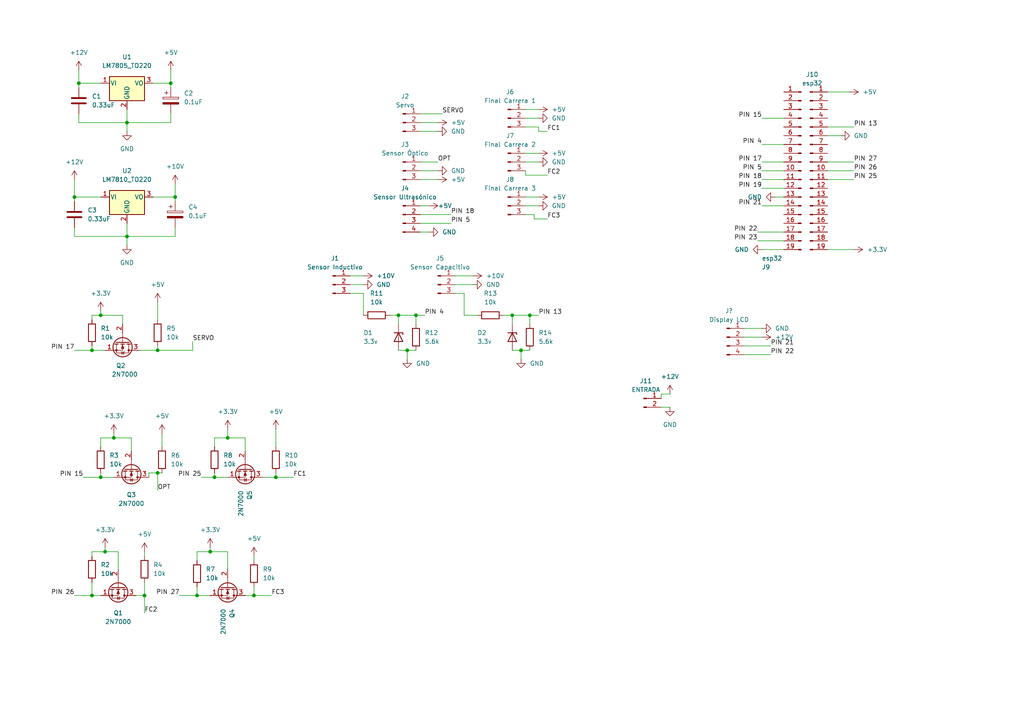
<source format=kicad_sch>
(kicad_sch (version 20211123) (generator eeschema)
  (paper "A4")
  (lib_symbols
    (symbol "Connector:Conn_01x02_Male" (pin_names (offset 1.016) hide)
      (property "Reference" "J" (at 0 2.54 0))
      (property "Value" "Conn_01x02_Male" (at 0 -5.08 0))
      (symbol "Conn_01x02_Male_1_1"
        (polyline (pts (xy 1.27 -2.54) (xy 0.8636 -2.54)) (stroke (width 0.1524)))
        (polyline (pts (xy 1.27 0) (xy 0.8636 0)) (stroke (width 0.1524)))
        (rectangle (start 0.8636 -2.413) (end 0 -2.667) (stroke (width 0.1524)) (fill (type outline)))
        (rectangle (start 0.8636 0.127) (end 0 -0.127) (stroke (width 0.1524)) (fill (type outline)))
        (pin passive line (at 5.08 0 180) (length 3.81) (name "Pin_1") (number "1"))
        (pin passive line (at 5.08 -2.54 180) (length 3.81) (name "Pin_2") (number "2"))
      )
    )
    (symbol "Connector:Conn_01x03_Male" (pin_names (offset 1.016) hide)
      (property "Reference" "J" (at 0 5.08 0))
      (property "Value" "Conn_01x03_Male" (at 0 -5.08 0))
      (symbol "Conn_01x03_Male_1_1"
        (polyline (pts (xy 1.27 -2.54) (xy 0.8636 -2.54)) (stroke (width 0.1524)))
        (polyline (pts (xy 1.27 0) (xy 0.8636 0)) (stroke (width 0.1524)))
        (polyline (pts (xy 1.27 2.54) (xy 0.8636 2.54)) (stroke (width 0.1524)))
        (rectangle (start 0.8636 -2.413) (end 0 -2.667) (stroke (width 0.1524)) (fill (type outline)))
        (rectangle (start 0.8636 0.127) (end 0 -0.127) (stroke (width 0.1524)) (fill (type outline)))
        (rectangle (start 0.8636 2.667) (end 0 2.413) (stroke (width 0.1524)) (fill (type outline)))
        (pin passive line (at 5.08 2.54 180) (length 3.81) (name "Pin_1") (number "1"))
        (pin passive line (at 5.08 0 180) (length 3.81) (name "Pin_2") (number "2"))
        (pin passive line (at 5.08 -2.54 180) (length 3.81) (name "Pin_3") (number "3"))
      )
    )
    (symbol "Connector:Conn_01x04_Male" (pin_names (offset 1.016) hide)
      (property "Reference" "J" (at 0 5.08 0))
      (property "Value" "Conn_01x04_Male" (at 0 -7.62 0))
      (symbol "Conn_01x04_Male_1_1"
        (polyline (pts (xy 1.27 -5.08) (xy 0.8636 -5.08)) (stroke (width 0.1524)))
        (polyline (pts (xy 1.27 -2.54) (xy 0.8636 -2.54)) (stroke (width 0.1524)))
        (polyline (pts (xy 1.27 0) (xy 0.8636 0)) (stroke (width 0.1524)))
        (polyline (pts (xy 1.27 2.54) (xy 0.8636 2.54)) (stroke (width 0.1524)))
        (rectangle (start 0.8636 -4.953) (end 0 -5.207) (stroke (width 0.1524)) (fill (type outline)))
        (rectangle (start 0.8636 -2.413) (end 0 -2.667) (stroke (width 0.1524)) (fill (type outline)))
        (rectangle (start 0.8636 0.127) (end 0 -0.127) (stroke (width 0.1524)) (fill (type outline)))
        (rectangle (start 0.8636 2.667) (end 0 2.413) (stroke (width 0.1524)) (fill (type outline)))
        (pin passive line (at 5.08 2.54 180) (length 3.81) (name "Pin_1") (number "1"))
        (pin passive line (at 5.08 0 180) (length 3.81) (name "Pin_2") (number "2"))
        (pin passive line (at 5.08 -2.54 180) (length 3.81) (name "Pin_3") (number "3"))
        (pin passive line (at 5.08 -5.08 180) (length 3.81) (name "Pin_4") (number "4"))
      )
    )
    (symbol "Connector:Conn_01x19_Male" (pin_names (offset 1.016) hide)
      (property "Reference" "J" (at 0 25.4 0))
      (property "Value" "Conn_01x19_Male" (at 0 -25.4 0))
      (symbol "Conn_01x19_Male_1_1"
        (polyline (pts (xy 1.27 -22.86) (xy 0.8636 -22.86)) (stroke (width 0.1524)))
        (polyline (pts (xy 1.27 -20.32) (xy 0.8636 -20.32)) (stroke (width 0.1524)))
        (polyline (pts (xy 1.27 -17.78) (xy 0.8636 -17.78)) (stroke (width 0.1524)))
        (polyline (pts (xy 1.27 -15.24) (xy 0.8636 -15.24)) (stroke (width 0.1524)))
        (polyline (pts (xy 1.27 -12.7) (xy 0.8636 -12.7)) (stroke (width 0.1524)))
        (polyline (pts (xy 1.27 -10.16) (xy 0.8636 -10.16)) (stroke (width 0.1524)))
        (polyline (pts (xy 1.27 -7.62) (xy 0.8636 -7.62)) (stroke (width 0.1524)))
        (polyline (pts (xy 1.27 -5.08) (xy 0.8636 -5.08)) (stroke (width 0.1524)))
        (polyline (pts (xy 1.27 -2.54) (xy 0.8636 -2.54)) (stroke (width 0.1524)))
        (polyline (pts (xy 1.27 0) (xy 0.8636 0)) (stroke (width 0.1524)))
        (polyline (pts (xy 1.27 2.54) (xy 0.8636 2.54)) (stroke (width 0.1524)))
        (polyline (pts (xy 1.27 5.08) (xy 0.8636 5.08)) (stroke (width 0.1524)))
        (polyline (pts (xy 1.27 7.62) (xy 0.8636 7.62)) (stroke (width 0.1524)))
        (polyline (pts (xy 1.27 10.16) (xy 0.8636 10.16)) (stroke (width 0.1524)))
        (polyline (pts (xy 1.27 12.7) (xy 0.8636 12.7)) (stroke (width 0.1524)))
        (polyline (pts (xy 1.27 15.24) (xy 0.8636 15.24)) (stroke (width 0.1524)))
        (polyline (pts (xy 1.27 17.78) (xy 0.8636 17.78)) (stroke (width 0.1524)))
        (polyline (pts (xy 1.27 20.32) (xy 0.8636 20.32)) (stroke (width 0.1524)))
        (polyline (pts (xy 1.27 22.86) (xy 0.8636 22.86)) (stroke (width 0.1524)))
        (rectangle (start 0.8636 -22.733) (end 0 -22.987) (stroke (width 0.1524)) (fill (type outline)))
        (rectangle (start 0.8636 -20.193) (end 0 -20.447) (stroke (width 0.1524)) (fill (type outline)))
        (rectangle (start 0.8636 -17.653) (end 0 -17.907) (stroke (width 0.1524)) (fill (type outline)))
        (rectangle (start 0.8636 -15.113) (end 0 -15.367) (stroke (width 0.1524)) (fill (type outline)))
        (rectangle (start 0.8636 -12.573) (end 0 -12.827) (stroke (width 0.1524)) (fill (type outline)))
        (rectangle (start 0.8636 -10.033) (end 0 -10.287) (stroke (width 0.1524)) (fill (type outline)))
        (rectangle (start 0.8636 -7.493) (end 0 -7.747) (stroke (width 0.1524)) (fill (type outline)))
        (rectangle (start 0.8636 -4.953) (end 0 -5.207) (stroke (width 0.1524)) (fill (type outline)))
        (rectangle (start 0.8636 -2.413) (end 0 -2.667) (stroke (width 0.1524)) (fill (type outline)))
        (rectangle (start 0.8636 0.127) (end 0 -0.127) (stroke (width 0.1524)) (fill (type outline)))
        (rectangle (start 0.8636 2.667) (end 0 2.413) (stroke (width 0.1524)) (fill (type outline)))
        (rectangle (start 0.8636 5.207) (end 0 4.953) (stroke (width 0.1524)) (fill (type outline)))
        (rectangle (start 0.8636 7.747) (end 0 7.493) (stroke (width 0.1524)) (fill (type outline)))
        (rectangle (start 0.8636 10.287) (end 0 10.033) (stroke (width 0.1524)) (fill (type outline)))
        (rectangle (start 0.8636 12.827) (end 0 12.573) (stroke (width 0.1524)) (fill (type outline)))
        (rectangle (start 0.8636 15.367) (end 0 15.113) (stroke (width 0.1524)) (fill (type outline)))
        (rectangle (start 0.8636 17.907) (end 0 17.653) (stroke (width 0.1524)) (fill (type outline)))
        (rectangle (start 0.8636 20.447) (end 0 20.193) (stroke (width 0.1524)) (fill (type outline)))
        (rectangle (start 0.8636 22.987) (end 0 22.733) (stroke (width 0.1524)) (fill (type outline)))
        (pin passive line (at 5.08 22.86 180) (length 3.81) (name "Pin_1") (number "1"))
        (pin passive line (at 5.08 0 180) (length 3.81) (name "Pin_10") (number "10"))
        (pin passive line (at 5.08 -2.54 180) (length 3.81) (name "Pin_11") (number "11"))
        (pin passive line (at 5.08 -5.08 180) (length 3.81) (name "Pin_12") (number "12"))
        (pin passive line (at 5.08 -7.62 180) (length 3.81) (name "Pin_13") (number "13"))
        (pin passive line (at 5.08 -10.16 180) (length 3.81) (name "Pin_14") (number "14"))
        (pin passive line (at 5.08 -12.7 180) (length 3.81) (name "Pin_15") (number "15"))
        (pin passive line (at 5.08 -15.24 180) (length 3.81) (name "Pin_16") (number "16"))
        (pin passive line (at 5.08 -17.78 180) (length 3.81) (name "Pin_17") (number "17"))
        (pin passive line (at 5.08 -20.32 180) (length 3.81) (name "Pin_18") (number "18"))
        (pin passive line (at 5.08 -22.86 180) (length 3.81) (name "Pin_19") (number "19"))
        (pin passive line (at 5.08 20.32 180) (length 3.81) (name "Pin_2") (number "2"))
        (pin passive line (at 5.08 17.78 180) (length 3.81) (name "Pin_3") (number "3"))
        (pin passive line (at 5.08 15.24 180) (length 3.81) (name "Pin_4") (number "4"))
        (pin passive line (at 5.08 12.7 180) (length 3.81) (name "Pin_5") (number "5"))
        (pin passive line (at 5.08 10.16 180) (length 3.81) (name "Pin_6") (number "6"))
        (pin passive line (at 5.08 7.62 180) (length 3.81) (name "Pin_7") (number "7"))
        (pin passive line (at 5.08 5.08 180) (length 3.81) (name "Pin_8") (number "8"))
        (pin passive line (at 5.08 2.54 180) (length 3.81) (name "Pin_9") (number "9"))
      )
    )
    (symbol "Device:C" (pin_numbers hide) (pin_names (offset 0.254))
      (property "Reference" "C" (at 0.635 2.54 0))
      (property "Value" "C" (at 0.635 -2.54 0))
      (symbol "C_0_1"
        (polyline (pts (xy -2.032 -0.762) (xy 2.032 -0.762)) (stroke (width 0.508)))
        (polyline (pts (xy -2.032 0.762) (xy 2.032 0.762)) (stroke (width 0.508)))
      )
      (symbol "C_1_1"
        (pin passive line (at 0 3.81 270) (length 2.794) (name "~") (number "1"))
        (pin passive line (at 0 -3.81 90) (length 2.794) (name "~") (number "2"))
      )
    )
    (symbol "Device:C_Polarized" (pin_numbers hide) (pin_names (offset 0.254))
      (property "Reference" "C" (at 0.635 2.54 0))
      (property "Value" "C_Polarized" (at 0.635 -2.54 0))
      (symbol "C_Polarized_0_1"
        (rectangle (start -2.286 0.508) (end 2.286 1.016))
        (polyline (pts (xy -1.778 2.286) (xy -0.762 2.286)))
        (polyline (pts (xy -1.27 2.794) (xy -1.27 1.778)))
        (rectangle (start 2.286 -0.508) (end -2.286 -1.016) (fill (type outline)))
      )
      (symbol "C_Polarized_1_1"
        (pin passive line (at 0 3.81 270) (length 2.794) (name "~") (number "1"))
        (pin passive line (at 0 -3.81 90) (length 2.794) (name "~") (number "2"))
      )
    )
    (symbol "Device:D_Zener" (pin_numbers hide) (pin_names (offset 1.016) hide)
      (property "Reference" "D" (at 0 2.54 0))
      (property "Value" "D_Zener" (at 0 -2.54 0))
      (symbol "D_Zener_0_1"
        (polyline (pts (xy 1.27 0) (xy -1.27 0)))
        (polyline (pts (xy -1.27 -1.27) (xy -1.27 1.27) (xy -0.762 1.27)) (stroke (width 0.254)))
        (polyline (pts (xy 1.27 -1.27) (xy 1.27 1.27) (xy -1.27 0) (xy 1.27 -1.27)) (stroke (width 0.254)))
      )
      (symbol "D_Zener_1_1"
        (pin passive line (at -3.81 0 0) (length 2.54) (name "K") (number "1"))
        (pin passive line (at 3.81 0 180) (length 2.54) (name "A") (number "2"))
      )
    )
    (symbol "Device:R" (pin_numbers hide) (pin_names (offset 0))
      (property "Reference" "R" (at 2.032 0 90))
      (property "Value" "R" (at 0 0 90))
      (symbol "R_0_1"
        (rectangle (start -1.016 -2.54) (end 1.016 2.54) (stroke (width 0.254)))
      )
      (symbol "R_1_1"
        (pin passive line (at 0 3.81 270) (length 1.27) (name "~") (number "1"))
        (pin passive line (at 0 -3.81 90) (length 1.27) (name "~") (number "2"))
      )
    )
    (symbol "Regulator_Linear:LM7805_TO220" (pin_names (offset 0.254))
      (property "Reference" "U" (at -3.81 3.175 0))
      (property "Value" "LM7805_TO220" (at 0 3.175 0))
      (symbol "LM7805_TO220_0_1"
        (rectangle (start -5.08 1.905) (end 5.08 -5.08) (stroke (width 0.254)) (fill (type background)))
      )
      (symbol "LM7805_TO220_1_1"
        (pin power_in line (at -7.62 0 0) (length 2.54) (name "VI") (number "1"))
        (pin power_in line (at 0 -7.62 90) (length 2.54) (name "GND") (number "2"))
        (pin power_out line (at 7.62 0 180) (length 2.54) (name "VO") (number "3"))
      )
    )
    (symbol "Regulator_Linear:LM7810_TO220" (pin_names (offset 0.254))
      (property "Reference" "U" (at -3.81 3.175 0))
      (property "Value" "LM7810_TO220" (at 0 3.175 0))
      (symbol "LM7810_TO220_0_1"
        (rectangle (start -5.08 1.905) (end 5.08 -5.08) (stroke (width 0.254)) (fill (type background)))
      )
      (symbol "LM7810_TO220_1_1"
        (pin power_in line (at -7.62 0 0) (length 2.54) (name "VI") (number "1"))
        (pin power_in line (at 0 -7.62 90) (length 2.54) (name "GND") (number "2"))
        (pin power_out line (at 7.62 0 180) (length 2.54) (name "VO") (number "3"))
      )
    )
    (symbol "Transistor_FET:2N7000" (pin_names hide)
      (property "Reference" "Q" (at 5.08 1.905 0))
      (property "Value" "2N7000" (at 5.08 0 0))
      (symbol "2N7000_0_1"
        (polyline (pts (xy 0.254 0) (xy -2.54 0)))
        (polyline (pts (xy 0.254 1.905) (xy 0.254 -1.905)) (stroke (width 0.254)))
        (polyline (pts (xy 0.762 -1.27) (xy 0.762 -2.286)) (stroke (width 0.254)))
        (polyline (pts (xy 0.762 0.508) (xy 0.762 -0.508)) (stroke (width 0.254)))
        (polyline (pts (xy 0.762 2.286) (xy 0.762 1.27)) (stroke (width 0.254)))
        (polyline (pts (xy 2.54 2.54) (xy 2.54 1.778)))
        (polyline (pts (xy 2.54 -2.54) (xy 2.54 0) (xy 0.762 0)))
        (polyline (pts (xy 0.762 -1.778) (xy 3.302 -1.778) (xy 3.302 1.778) (xy 0.762 1.778)))
        (polyline (pts (xy 1.016 0) (xy 2.032 0.381) (xy 2.032 -0.381) (xy 1.016 0)) (fill (type outline)))
        (polyline (pts (xy 2.794 0.508) (xy 2.921 0.381) (xy 3.683 0.381) (xy 3.81 0.254)))
        (polyline (pts (xy 3.302 0.381) (xy 2.921 -0.254) (xy 3.683 -0.254) (xy 3.302 0.381)))
        (circle (center 1.651 0) (radius 2.794) (stroke (width 0.254)))
        (circle (center 2.54 -1.778) (radius 0.254) (fill (type outline)))
        (circle (center 2.54 1.778) (radius 0.254) (fill (type outline)))
      )
      (symbol "2N7000_1_1"
        (pin passive line (at 2.54 -5.08 90) (length 2.54) (name "S") (number "1"))
        (pin input line (at -5.08 0 0) (length 2.54) (name "G") (number "2"))
        (pin passive line (at 2.54 5.08 270) (length 2.54) (name "D") (number "3"))
      )
    )
    (symbol "power:+10V" (power) (pin_names (offset 0))
      (property "Value" "+10V" (at 0 3.556 0))
      (symbol "+10V_0_1"
        (polyline (pts (xy -0.762 1.27) (xy 0 2.54)))
        (polyline (pts (xy 0 0) (xy 0 2.54)))
        (polyline (pts (xy 0 2.54) (xy 0.762 1.27)))
      )
      (symbol "+10V_1_1"
        (pin power_in line (at 0 0 90) (length 0) hide (name "+10V") (number "1"))
      )
    )
    (symbol "power:+12V" (power) (pin_names (offset 0))
      (property "Value" "+12V" (at 0 3.556 0))
      (symbol "+12V_0_1"
        (polyline (pts (xy -0.762 1.27) (xy 0 2.54)))
        (polyline (pts (xy 0 0) (xy 0 2.54)))
        (polyline (pts (xy 0 2.54) (xy 0.762 1.27)))
      )
      (symbol "+12V_1_1"
        (pin power_in line (at 0 0 90) (length 0) hide (name "+12V") (number "1"))
      )
    )
    (symbol "power:+3.3V" (power) (pin_names (offset 0))
      (property "Value" "+3.3V" (at 0 3.556 0))
      (symbol "+3.3V_0_1"
        (polyline (pts (xy -0.762 1.27) (xy 0 2.54)))
        (polyline (pts (xy 0 0) (xy 0 2.54)))
        (polyline (pts (xy 0 2.54) (xy 0.762 1.27)))
      )
      (symbol "+3.3V_1_1"
        (pin power_in line (at 0 0 90) (length 0) hide (name "+3.3V") (number "1"))
      )
    )
    (symbol "power:+5V" (power) (pin_names (offset 0))
      (property "Value" "+5V" (at 0 3.556 0))
      (symbol "+5V_0_1"
        (polyline (pts (xy -0.762 1.27) (xy 0 2.54)))
        (polyline (pts (xy 0 0) (xy 0 2.54)))
        (polyline (pts (xy 0 2.54) (xy 0.762 1.27)))
      )
      (symbol "+5V_1_1"
        (pin power_in line (at 0 0 90) (length 0) hide (name "+5V") (number "1"))
      )
    )
    (symbol "power:GND" (power) (pin_names (offset 0))
      (property "Value" "GND" (at 0 -3.81 0))
      (symbol "GND_0_1"
        (polyline (pts (xy 0 0) (xy 0 -1.27) (xy 1.27 -1.27) (xy 0 -2.54) (xy -1.27 -1.27) (xy 0 -1.27)))
      )
      (symbol "GND_1_1"
        (pin power_in line (at 0 0 270) (length 0) hide (name "GND") (number "1"))
      )
    )
  )
  (junction (at 41.91 172.72))
  (junction (at 148.59 91.44))
  (junction (at 26.67 101.6))
  (junction (at 29.21 138.43))
  (junction (at 45.72 137.16))
  (junction (at 36.83 68.58))
  (junction (at 21.59 57.15))
  (junction (at 118.11 101.6))
  (junction (at 60.96 160.02))
  (junction (at 30.48 160.02))
  (junction (at 33.02 127))
  (junction (at 151.13 101.6))
  (junction (at 62.23 138.43))
  (junction (at 36.83 35.56))
  (junction (at 115.57 91.44))
  (junction (at 57.15 172.72))
  (junction (at 73.66 172.72))
  (junction (at 66.04 127))
  (junction (at 26.67 172.72))
  (junction (at 120.65 91.44))
  (junction (at 153.67 91.44))
  (junction (at 29.21 91.44))
  (junction (at 45.72 101.6))
  (junction (at 80.01 138.43))
  (junction (at 49.53 24.13))
  (junction (at 50.8 57.15))
  (junction (at 22.86 24.13))
  (wire (pts (xy 121.92 35.56) (xy 127 35.56)))
  (wire (pts (xy 26.67 100.33) (xy 26.67 101.6)))
  (wire (pts (xy 151.13 101.6) (xy 151.13 104.14)))
  (wire (pts (xy 62.23 129.54) (xy 62.23 127)))
  (wire (pts (xy 49.53 20.32) (xy 49.53 24.13)))
  (wire (pts (xy 120.65 91.44) (xy 123.19 91.44)))
  (wire (pts (xy 220.98 59.69) (xy 227.33 59.69)))
  (wire (pts (xy 148.59 91.44) (xy 148.59 93.98)))
  (wire (pts (xy 21.59 172.72) (xy 26.67 172.72)))
  (wire (pts (xy 191.77 118.11) (xy 194.31 118.11)))
  (wire (pts (xy 21.59 66.04) (xy 21.59 68.58)))
  (wire (pts (xy 152.4 44.45) (xy 156.21 44.45)))
  (wire (pts (xy 191.77 114.3) (xy 191.77 115.57)))
  (wire (pts (xy 148.59 91.44) (xy 153.67 91.44)))
  (wire (pts (xy 36.83 35.56) (xy 36.83 38.1)))
  (wire (pts (xy 41.91 160.02) (xy 41.91 161.29)))
  (wire (pts (xy 60.96 158.75) (xy 60.96 160.02)))
  (wire (pts (xy 26.67 101.6) (xy 30.48 101.6)))
  (wire (pts (xy 121.92 64.77) (xy 130.81 64.77)))
  (wire (pts (xy 118.11 101.6) (xy 118.11 104.14)))
  (wire (pts (xy 55.88 99.06) (xy 55.88 101.6)))
  (wire (pts (xy 36.83 64.77) (xy 36.83 68.58)))
  (wire (pts (xy 80.01 138.43) (xy 80.01 137.16)))
  (wire (pts (xy 152.4 34.29) (xy 156.21 34.29)))
  (wire (pts (xy 148.59 101.6) (xy 151.13 101.6)))
  (wire (pts (xy 22.86 33.02) (xy 22.86 35.56)))
  (wire (pts (xy 21.59 101.6) (xy 26.67 101.6)))
  (wire (pts (xy 134.62 91.44) (xy 134.62 85.09)))
  (wire (pts (xy 22.86 20.32) (xy 22.86 24.13)))
  (wire (pts (xy 152.4 46.99) (xy 156.21 46.99)))
  (wire (pts (xy 240.03 72.39) (xy 247.65 72.39)))
  (wire (pts (xy 30.48 158.75) (xy 30.48 160.02)))
  (wire (pts (xy 66.04 127) (xy 71.12 127)))
  (wire (pts (xy 220.98 54.61) (xy 227.33 54.61)))
  (wire (pts (xy 36.83 35.56) (xy 49.53 35.56)))
  (wire (pts (xy 29.21 172.72) (xy 26.67 172.72)))
  (wire (pts (xy 120.65 91.44) (xy 120.65 93.98)))
  (wire (pts (xy 41.91 168.91) (xy 41.91 172.72)))
  (wire (pts (xy 215.9 97.79) (xy 220.98 97.79)))
  (wire (pts (xy 240.03 52.07) (xy 247.65 52.07)))
  (wire (pts (xy 153.67 91.44) (xy 156.21 91.44)))
  (wire (pts (xy 138.43 91.44) (xy 134.62 91.44)))
  (wire (pts (xy 219.71 69.85) (xy 227.33 69.85)))
  (wire (pts (xy 121.92 46.99) (xy 127 46.99)))
  (wire (pts (xy 215.9 95.25) (xy 220.98 95.25)))
  (wire (pts (xy 240.03 39.37) (xy 243.84 39.37)))
  (wire (pts (xy 115.57 101.6) (xy 118.11 101.6)))
  (wire (pts (xy 36.83 68.58) (xy 50.8 68.58)))
  (wire (pts (xy 21.59 52.07) (xy 21.59 57.15)))
  (wire (pts (xy 73.66 161.29) (xy 73.66 162.56)))
  (wire (pts (xy 45.72 137.16) (xy 46.99 137.16)))
  (wire (pts (xy 60.96 160.02) (xy 66.04 160.02)))
  (wire (pts (xy 240.03 26.67) (xy 246.38 26.67)))
  (wire (pts (xy 146.05 91.44) (xy 148.59 91.44)))
  (wire (pts (xy 57.15 160.02) (xy 60.96 160.02)))
  (wire (pts (xy 24.13 138.43) (xy 29.21 138.43)))
  (wire (pts (xy 49.53 24.13) (xy 49.53 25.4)))
  (wire (pts (xy 36.83 31.75) (xy 36.83 35.56)))
  (wire (pts (xy 35.56 93.98) (xy 35.56 91.44)))
  (wire (pts (xy 29.21 90.17) (xy 29.21 91.44)))
  (wire (pts (xy 73.66 172.72) (xy 73.66 170.18)))
  (wire (pts (xy 71.12 172.72) (xy 73.66 172.72)))
  (wire (pts (xy 21.59 68.58) (xy 36.83 68.58)))
  (wire (pts (xy 220.98 34.29) (xy 227.33 34.29)))
  (wire (pts (xy 156.21 36.83) (xy 152.4 36.83)))
  (wire (pts (xy 76.2 138.43) (xy 80.01 138.43)))
  (wire (pts (xy 154.94 63.5) (xy 158.75 63.5)))
  (wire (pts (xy 29.21 137.16) (xy 29.21 138.43)))
  (wire (pts (xy 215.9 100.33) (xy 223.52 100.33)))
  (wire (pts (xy 121.92 52.07) (xy 127 52.07)))
  (wire (pts (xy 118.11 101.6) (xy 120.65 101.6)))
  (wire (pts (xy 66.04 124.46) (xy 66.04 127)))
  (wire (pts (xy 26.67 172.72) (xy 26.67 168.91)))
  (wire (pts (xy 50.8 68.58) (xy 50.8 66.04)))
  (wire (pts (xy 240.03 49.53) (xy 247.65 49.53)))
  (wire (pts (xy 220.98 49.53) (xy 227.33 49.53)))
  (wire (pts (xy 121.92 38.1) (xy 127 38.1)))
  (wire (pts (xy 57.15 162.56) (xy 57.15 160.02)))
  (wire (pts (xy 152.4 57.15) (xy 156.21 57.15)))
  (wire (pts (xy 40.64 101.6) (xy 45.72 101.6)))
  (wire (pts (xy 34.29 160.02) (xy 30.48 160.02)))
  (wire (pts (xy 154.94 62.23) (xy 154.94 63.5)))
  (wire (pts (xy 45.72 142.24) (xy 45.72 137.16)))
  (wire (pts (xy 73.66 172.72) (xy 78.74 172.72)))
  (wire (pts (xy 41.91 172.72) (xy 41.91 177.8)))
  (wire (pts (xy 240.03 36.83) (xy 247.65 36.83)))
  (wire (pts (xy 132.08 85.09) (xy 134.62 85.09)))
  (wire (pts (xy 220.98 41.91) (xy 227.33 41.91)))
  (wire (pts (xy 45.72 101.6) (xy 55.88 101.6)))
  (wire (pts (xy 220.98 72.39) (xy 227.33 72.39)))
  (wire (pts (xy 215.9 102.87) (xy 223.52 102.87)))
  (wire (pts (xy 46.99 125.73) (xy 46.99 129.54)))
  (wire (pts (xy 158.75 38.1) (xy 156.21 38.1)))
  (wire (pts (xy 121.92 59.69) (xy 124.46 59.69)))
  (wire (pts (xy 21.59 57.15) (xy 21.59 58.42)))
  (wire (pts (xy 121.92 62.23) (xy 130.81 62.23)))
  (wire (pts (xy 58.42 138.43) (xy 62.23 138.43)))
  (wire (pts (xy 105.41 85.09) (xy 105.41 91.44)))
  (wire (pts (xy 224.79 57.15) (xy 227.33 57.15)))
  (wire (pts (xy 44.45 24.13) (xy 49.53 24.13)))
  (wire (pts (xy 121.92 67.31) (xy 124.46 67.31)))
  (wire (pts (xy 121.92 49.53) (xy 127 49.53)))
  (wire (pts (xy 132.08 82.55) (xy 137.16 82.55)))
  (wire (pts (xy 29.21 138.43) (xy 33.02 138.43)))
  (wire (pts (xy 101.6 85.09) (xy 105.41 85.09)))
  (wire (pts (xy 29.21 91.44) (xy 26.67 91.44)))
  (wire (pts (xy 153.67 91.44) (xy 153.67 93.98)))
  (wire (pts (xy 50.8 57.15) (xy 50.8 58.42)))
  (wire (pts (xy 35.56 91.44) (xy 29.21 91.44)))
  (wire (pts (xy 101.6 80.01) (xy 105.41 80.01)))
  (wire (pts (xy 62.23 127) (xy 66.04 127)))
  (wire (pts (xy 38.1 127) (xy 38.1 130.81)))
  (wire (pts (xy 52.07 172.72) (xy 57.15 172.72)))
  (wire (pts (xy 115.57 91.44) (xy 120.65 91.44)))
  (wire (pts (xy 220.98 46.99) (xy 227.33 46.99)))
  (wire (pts (xy 49.53 35.56) (xy 49.53 33.02)))
  (wire (pts (xy 80.01 124.46) (xy 80.01 129.54)))
  (wire (pts (xy 132.08 80.01) (xy 137.16 80.01)))
  (wire (pts (xy 29.21 129.54) (xy 29.21 127)))
  (wire (pts (xy 66.04 138.43) (xy 62.23 138.43)))
  (wire (pts (xy 115.57 91.44) (xy 115.57 93.98)))
  (wire (pts (xy 152.4 50.8) (xy 152.4 49.53)))
  (wire (pts (xy 22.86 35.56) (xy 36.83 35.56)))
  (wire (pts (xy 43.18 137.16) (xy 43.18 138.43)))
  (wire (pts (xy 60.96 172.72) (xy 57.15 172.72)))
  (wire (pts (xy 62.23 138.43) (xy 62.23 137.16)))
  (wire (pts (xy 66.04 160.02) (xy 66.04 165.1)))
  (wire (pts (xy 101.6 82.55) (xy 105.41 82.55)))
  (wire (pts (xy 41.91 172.72) (xy 39.37 172.72)))
  (wire (pts (xy 71.12 127) (xy 71.12 130.81)))
  (wire (pts (xy 219.71 67.31) (xy 227.33 67.31)))
  (wire (pts (xy 26.67 91.44) (xy 26.67 92.71)))
  (wire (pts (xy 80.01 138.43) (xy 85.09 138.43)))
  (wire (pts (xy 156.21 38.1) (xy 156.21 36.83)))
  (wire (pts (xy 30.48 160.02) (xy 26.67 160.02)))
  (wire (pts (xy 152.4 62.23) (xy 154.94 62.23)))
  (wire (pts (xy 26.67 160.02) (xy 26.67 161.29)))
  (wire (pts (xy 43.18 137.16) (xy 45.72 137.16)))
  (wire (pts (xy 33.02 127) (xy 38.1 127)))
  (wire (pts (xy 152.4 59.69) (xy 156.21 59.69)))
  (wire (pts (xy 152.4 31.75) (xy 156.21 31.75)))
  (wire (pts (xy 220.98 52.07) (xy 227.33 52.07)))
  (wire (pts (xy 29.21 24.13) (xy 22.86 24.13)))
  (wire (pts (xy 50.8 53.34) (xy 50.8 57.15)))
  (wire (pts (xy 240.03 46.99) (xy 247.65 46.99)))
  (wire (pts (xy 29.21 127) (xy 33.02 127)))
  (wire (pts (xy 57.15 172.72) (xy 57.15 170.18)))
  (wire (pts (xy 158.75 50.8) (xy 152.4 50.8)))
  (wire (pts (xy 33.02 125.73) (xy 33.02 127)))
  (wire (pts (xy 45.72 87.63) (xy 45.72 92.71)))
  (wire (pts (xy 22.86 24.13) (xy 22.86 25.4)))
  (wire (pts (xy 151.13 101.6) (xy 153.67 101.6)))
  (wire (pts (xy 34.29 165.1) (xy 34.29 160.02)))
  (wire (pts (xy 36.83 68.58) (xy 36.83 71.12)))
  (wire (pts (xy 29.21 57.15) (xy 21.59 57.15)))
  (wire (pts (xy 44.45 57.15) (xy 50.8 57.15)))
  (wire (pts (xy 113.03 91.44) (xy 115.57 91.44)))
  (wire (pts (xy 45.72 101.6) (xy 45.72 100.33)))
  (wire (pts (xy 121.92 33.02) (xy 128.27 33.02)))
  (wire (pts (xy 194.31 114.3) (xy 191.77 114.3)))
  (label "PIN 5" (at 130.81 64.77 0))
  (label "PIN 19" (at 220.98 54.61 180))
  (label "PIN 27" (at 52.07 172.72 180))
  (label "PIN 4" (at 220.98 41.91 180))
  (label "FC3" (at 78.74 172.72 0))
  (label "PIN 22" (at 223.52 102.87 0))
  (label "PIN 22" (at 219.71 67.31 180))
  (label "PIN 25" (at 58.42 138.43 180))
  (label "PIN 17" (at 220.98 46.99 180))
  (label "SERVO" (at 55.88 99.06 0))
  (label "OPT" (at 45.72 142.24 0))
  (label "FC2" (at 41.91 177.8 0))
  (label "PIN 13" (at 247.65 36.83 0))
  (label "PIN 15" (at 24.13 138.43 180))
  (label "OPT" (at 127 46.99 0))
  (label "FC2" (at 158.75 50.8 0))
  (label "PIN 21" (at 220.98 59.69 180))
  (label "FC3" (at 158.75 63.5 0))
  (label "FC1" (at 85.09 138.43 0))
  (label "PIN 18" (at 220.98 52.07 180))
  (label "PIN 13" (at 156.21 91.44 0))
  (label "PIN 15" (at 220.98 34.29 180))
  (label "PIN 4" (at 123.19 91.44 0))
  (label "PIN 25" (at 247.65 52.07 0))
  (label "PIN 23" (at 219.71 69.85 180))
  (label "FC1" (at 158.75 38.1 0))
  (label "SERVO" (at 128.27 33.02 0))
  (label "PIN 27" (at 247.65 46.99 0))
  (label "PIN 21" (at 223.52 100.33 0))
  (label "PIN 18" (at 130.81 62.23 0))
  (label "PIN 17" (at 21.59 101.6 180))
  (label "PIN 26" (at 247.65 49.53 0))
  (label "PIN 5" (at 220.98 49.53 180))
  (label "PIN 26" (at 21.59 172.72 180))
  (symbol (lib_id "Connector:Conn_01x03_Male") (at 116.84 49.53 0) (unit 1)
    (property "Reference" "J3" (at 117.475 41.91 0))
    (property "Value" "Sensor Óptico" (at 117.475 44.45 0))
    (property "Footprint" "Connector_PinHeader_1.00mm:PinHeader_1x03_P1.00mm_Vertical" (effects hide))
  )
  (symbol (lib_id "power:GND") (at 105.41 82.55 90) (unit 1)
    (property "Reference" "#PWR018" (effects hide))
    (property "Value" "GND" (at 109.22 82.5499 90) (effects (justify right)))
  )
  (symbol (lib_id "power:+10V") (at 137.16 80.01 270) (unit 1)
    (property "Reference" "#PWR026" (effects hide))
    (property "Value" "+10V" (at 140.97 80.0099 90) (effects (justify left)))
  )
  (symbol (lib_id "Device:R") (at 80.01 133.35 0) (unit 1)
    (property "Reference" "R10" (at 82.55 132.0799 0) (effects (justify left)))
    (property "Value" "10k" (at 82.55 134.6199 0) (effects (justify left)))
    (property "Footprint" "Resistor_THT:R_Axial_DIN0207_L6.3mm_D2.5mm_P7.62mm_Horizontal" (effects hide))
  )
  (symbol (lib_id "Transistor_FET:2N7000") (at 71.12 135.89 270) (unit 1)
    (property "Reference" "Q5" (at 72.3901 142.24 0) (effects (justify left)))
    (property "Value" "2N7000" (at 69.8501 142.24 0) (effects (justify left)))
    (property "Footprint" "Package_TO_SOT_THT:TO-92_Inline" (effects hide))
    (property "Datasheet" "https://www.vishay.com/docs/70226/70226.pdf" (effects hide))
  )
  (symbol (lib_id "power:GND") (at 127 38.1 90) (unit 1)
    (property "Reference" "#PWR023" (effects hide))
    (property "Value" "GND" (at 130.81 38.0999 90) (effects (justify right)))
  )
  (symbol (lib_id "Device:R") (at 46.99 133.35 0) (unit 1)
    (property "Reference" "R6" (at 49.53 132.0799 0) (effects (justify left)))
    (property "Value" "10k" (at 49.53 134.6199 0) (effects (justify left)))
    (property "Footprint" "Resistor_THT:R_Axial_DIN0207_L6.3mm_D2.5mm_P7.62mm_Horizontal" (effects hide))
  )
  (symbol (lib_id "Device:C") (at 21.59 62.23 0) (unit 1)
    (property "Reference" "C3" (at 25.4 60.9599 0) (effects (justify left)))
    (property "Value" "0.33uF" (at 25.4 63.4999 0) (effects (justify left)))
    (property "Footprint" "Capacitor_THT:C_Disc_D3.0mm_W2.0mm_P2.50mm" (effects hide))
  )
  (symbol (lib_id "Device:D_Zener") (at 115.57 97.79 270) (unit 1)
    (property "Reference" "D1" (at 105.41 96.52 90) (effects (justify left)))
    (property "Value" "3.3v" (at 105.41 99.06 90) (effects (justify left)))
    (property "Footprint" "Diode_THT:D_A-405_P2.54mm_Vertical_AnodeUp" (effects hide))
  )
  (symbol (lib_id "Connector:Conn_01x04_Male") (at 116.84 62.23 0) (unit 1)
    (property "Reference" "J4" (at 117.475 54.61 0))
    (property "Value" "Sensor Ultrasónico" (at 117.475 57.15 0))
    (property "Footprint" "Connector_PinHeader_1.00mm:PinHeader_1x04_P1.00mm_Vertical" (effects hide))
  )
  (symbol (lib_id "Device:C") (at 22.86 29.21 0) (unit 1)
    (property "Reference" "C1" (at 26.67 27.9399 0) (effects (justify left)))
    (property "Value" "0.33uF" (at 26.67 30.4799 0) (effects (justify left)))
    (property "Footprint" "Capacitor_THT:C_Disc_D3.0mm_W2.0mm_P2.50mm" (effects hide))
  )
  (symbol (lib_id "power:GND") (at 224.79 57.15 270) (unit 1)
    (property "Reference" "#PWR036" (effects hide))
    (property "Value" "GND" (at 220.98 57.1499 90) (effects (justify right)))
  )
  (symbol (lib_id "Transistor_FET:2N7000") (at 35.56 99.06 270) (unit 1)
    (property "Reference" "Q2" (at 33.655 106.045 90) (effects (justify left)))
    (property "Value" "2N7000" (at 32.385 108.585 90) (effects (justify left)))
    (property "Footprint" "Package_TO_SOT_THT:TO-92_Inline" (effects hide))
    (property "Datasheet" "https://www.vishay.com/docs/70226/70226.pdf" (effects hide))
  )
  (symbol (lib_id "power:+5V") (at 45.72 87.63 0) (unit 1)
    (property "Reference" "#PWR09" (effects hide))
    (property "Value" "+5V" (at 45.72 82.55 0))
  )
  (symbol (lib_id "Device:R") (at 142.24 91.44 90) (unit 1)
    (property "Reference" "R13" (at 142.24 85.09 90))
    (property "Value" "10k" (at 142.24 87.63 90))
    (property "Footprint" "Resistor_THT:R_Axial_DIN0207_L6.3mm_D2.5mm_P7.62mm_Horizontal" (effects hide))
  )
  (symbol (lib_id "Device:R") (at 73.66 166.37 0) (unit 1)
    (property "Reference" "R9" (at 76.2 165.0999 0) (effects (justify left)))
    (property "Value" "10k" (at 76.2 167.6399 0) (effects (justify left)))
    (property "Footprint" "Resistor_THT:R_Axial_DIN0207_L6.3mm_D2.5mm_P7.62mm_Horizontal" (effects hide))
  )
  (symbol (lib_id "power:+5V") (at 156.21 44.45 270) (unit 1)
    (property "Reference" "#PWR031" (effects hide))
    (property "Value" "+5V" (at 160.02 44.4499 90) (effects (justify left)))
  )
  (symbol (lib_id "Connector:Conn_01x03_Male") (at 147.32 34.29 0) (unit 1)
    (property "Reference" "J6" (at 147.955 26.67 0))
    (property "Value" "Final Carrera 1" (at 147.955 29.21 0))
    (property "Footprint" "Connector_PinHeader_1.00mm:PinHeader_1x03_P1.00mm_Vertical" (effects hide))
  )
  (symbol (lib_id "power:GND") (at 220.98 72.39 270) (unit 1)
    (property "Reference" "#PWR035" (effects hide))
    (property "Value" "GND" (at 217.17 72.3899 90) (effects (justify right)))
  )
  (symbol (lib_id "Transistor_FET:2N7000") (at 66.04 170.18 270) (unit 1)
    (property "Reference" "Q4" (at 67.3101 176.53 0) (effects (justify left)))
    (property "Value" "2N7000" (at 64.7701 176.53 0) (effects (justify left)))
    (property "Footprint" "Package_TO_SOT_THT:TO-92_Inline" (effects hide))
    (property "Datasheet" "https://www.vishay.com/docs/70226/70226.pdf" (effects hide))
  )
  (symbol (lib_id "Transistor_FET:2N7000") (at 34.29 170.18 270) (unit 1)
    (property "Reference" "Q1" (at 34.29 177.8 90))
    (property "Value" "2N7000" (at 34.29 180.34 90))
    (property "Footprint" "Package_TO_SOT_THT:TO-92_Inline" (effects hide))
    (property "Datasheet" "https://www.vishay.com/docs/70226/70226.pdf" (effects hide))
  )
  (symbol (lib_id "power:+12V") (at 22.86 20.32 0) (unit 1)
    (property "Reference" "#PWR02" (effects hide))
    (property "Value" "+12V" (at 22.86 15.24 0))
  )
  (symbol (lib_id "power:+5V") (at 73.66 161.29 0) (unit 1)
    (property "Reference" "#PWR015" (effects hide))
    (property "Value" "+5V" (at 73.66 156.21 0))
  )
  (symbol (lib_id "Connector:Conn_01x03_Male") (at 147.32 46.99 0) (unit 1)
    (property "Reference" "J7" (at 147.955 39.37 0))
    (property "Value" "Final Carrera 2" (at 147.955 41.91 0))
    (property "Footprint" "Connector_PinHeader_1.00mm:PinHeader_1x03_P1.00mm_Vertical" (effects hide))
  )
  (symbol (lib_id "power:GND") (at 124.46 67.31 90) (unit 1)
    (property "Reference" "#PWR021" (effects hide))
    (property "Value" "GND" (at 128.27 67.3099 90) (effects (justify right)))
  )
  (symbol (lib_id "power:+3.3V") (at 60.96 158.75 0) (unit 1)
    (property "Reference" "#PWR013" (effects hide))
    (property "Value" "+3.3V" (at 60.96 153.67 0))
  )
  (symbol (lib_id "power:GND") (at 137.16 82.55 90) (unit 1)
    (property "Reference" "#PWR027" (effects hide))
    (property "Value" "GND" (at 140.97 82.5499 90) (effects (justify right)))
  )
  (symbol (lib_id "power:+10V") (at 105.41 80.01 270) (unit 1)
    (property "Reference" "#PWR017" (effects hide))
    (property "Value" "+10V" (at 109.22 80.0099 90) (effects (justify left)))
  )
  (symbol (lib_id "power:GND") (at 156.21 59.69 90) (unit 1)
    (property "Reference" "#PWR034" (effects hide))
    (property "Value" "GND" (at 160.02 59.6899 90) (effects (justify right)))
  )
  (symbol (lib_id "power:GND") (at 118.11 104.14 0) (unit 1)
    (property "Reference" "#PWR019" (effects hide))
    (property "Value" "GND" (at 120.65 105.4099 0) (effects (justify left)))
  )
  (symbol (lib_id "Transistor_FET:2N7000") (at 38.1 135.89 270) (unit 1)
    (property "Reference" "Q3" (at 38.1 143.51 90))
    (property "Value" "2N7000" (at 38.1 146.05 90))
    (property "Footprint" "Package_TO_SOT_THT:TO-92_Inline" (effects hide))
    (property "Datasheet" "https://www.vishay.com/docs/70226/70226.pdf" (effects hide))
  )
  (symbol (lib_id "power:GND") (at 156.21 34.29 90) (unit 1)
    (property "Reference" "#PWR030" (effects hide))
    (property "Value" "GND" (at 160.02 34.2899 90) (effects (justify right)))
  )
  (symbol (lib_id "Device:C_Polarized") (at 49.53 29.21 0) (unit 1)
    (property "Reference" "C2" (at 53.34 27.0509 0) (effects (justify left)))
    (property "Value" "0.1uF" (at 53.34 29.5909 0) (effects (justify left)))
    (property "Footprint" "Capacitor_THT:C_Disc_D3.0mm_W2.0mm_P2.50mm" (effects hide))
  )
  (symbol (lib_id "power:GND") (at 151.13 104.14 0) (unit 1)
    (property "Reference" "#PWR028" (effects hide))
    (property "Value" "GND" (at 153.67 105.4099 0) (effects (justify left)))
  )
  (symbol (lib_id "power:+3.3V") (at 30.48 158.75 0) (unit 1)
    (property "Reference" "#PWR04" (effects hide))
    (property "Value" "+3.3V" (at 30.48 153.67 0))
  )
  (symbol (lib_id "power:GND") (at 194.31 118.11 0) (unit 1)
    (property "Reference" "#PWR0102" (effects hide))
    (property "Value" "GND" (at 194.31 123.19 0))
  )
  (symbol (lib_id "power:+5V") (at 127 35.56 270) (unit 1)
    (property "Reference" "#PWR022" (effects hide))
    (property "Value" "+5V" (at 130.81 35.5599 90) (effects (justify left)))
  )
  (symbol (lib_id "Connector:Conn_01x04_Male") (at 210.82 97.79 0) (unit 1)
    (property "Reference" "J?" (at 211.455 90.17 0))
    (property "Value" "Display LCD" (at 211.455 92.71 0))
  )
  (symbol (lib_id "Connector:Conn_01x19_Male") (at 234.95 49.53 0) (unit 1)
    (property "Reference" "J10" (at 235.585 21.59 0))
    (property "Value" "esp32" (at 235.585 24.13 0))
    (property "Footprint" "Connector_PinHeader_1.00mm:PinHeader_1x19_P1.00mm_Vertical" (effects hide))
  )
  (symbol (lib_id "Device:R") (at 57.15 166.37 0) (unit 1)
    (property "Reference" "R7" (at 59.69 165.0999 0) (effects (justify left)))
    (property "Value" "10k" (at 59.69 167.6399 0) (effects (justify left)))
    (property "Footprint" "Resistor_THT:R_Axial_DIN0207_L6.3mm_D2.5mm_P7.62mm_Horizontal" (effects hide))
  )
  (symbol (lib_id "power:GND") (at 156.21 46.99 90) (unit 1)
    (property "Reference" "#PWR032" (effects hide))
    (property "Value" "GND" (at 160.02 46.9899 90) (effects (justify right)))
  )
  (symbol (lib_id "power:+5V") (at 41.91 160.02 0) (unit 1)
    (property "Reference" "#PWR08" (effects hide))
    (property "Value" "+5V" (at 41.91 154.94 0))
  )
  (symbol (lib_id "power:+12V") (at 21.59 52.07 0) (unit 1)
    (property "Reference" "#PWR01" (effects hide))
    (property "Value" "+12V" (at 21.59 46.99 0))
  )
  (symbol (lib_id "power:GND") (at 127 49.53 90) (unit 1)
    (property "Reference" "#PWR024" (effects hide))
    (property "Value" "GND" (at 130.81 49.5299 90) (effects (justify right)))
  )
  (symbol (lib_id "power:+5V") (at 246.38 26.67 270) (unit 1)
    (property "Reference" "#PWR038" (effects hide))
    (property "Value" "+5V" (at 250.19 26.6699 90) (effects (justify left)))
  )
  (symbol (lib_id "Device:R") (at 41.91 165.1 0) (unit 1)
    (property "Reference" "R4" (at 44.45 163.8299 0) (effects (justify left)))
    (property "Value" "10k" (at 44.45 166.3699 0) (effects (justify left)))
    (property "Footprint" "Resistor_THT:R_Axial_DIN0207_L6.3mm_D2.5mm_P7.62mm_Horizontal" (effects hide))
  )
  (symbol (lib_id "Connector:Conn_01x03_Male") (at 116.84 35.56 0) (unit 1)
    (property "Reference" "J2" (at 117.475 27.94 0))
    (property "Value" "Servo" (at 117.475 30.48 0))
    (property "Footprint" "Connector_PinHeader_1.00mm:PinHeader_1x03_P1.00mm_Vertical" (effects hide))
  )
  (symbol (lib_id "Connector:Conn_01x19_Male") (at 232.41 49.53 0) (mirror y) (unit 1)
    (property "Reference" "J9" (at 220.98 77.47 0) (effects (justify right)))
    (property "Value" "esp32" (at 220.98 74.93 0) (effects (justify right)))
    (property "Footprint" "Connector_PinHeader_1.00mm:PinHeader_1x19_P1.00mm_Vertical" (effects hide))
  )
  (symbol (lib_id "power:+5V") (at 49.53 20.32 0) (unit 1)
    (property "Reference" "#PWR011" (effects hide))
    (property "Value" "+5V" (at 49.53 15.24 0))
  )
  (symbol (lib_id "Regulator_Linear:LM7810_TO220") (at 36.83 57.15 0) (unit 1)
    (property "Reference" "U2" (at 36.83 49.53 0))
    (property "Value" "LM7810_TO220" (at 36.83 52.07 0))
    (property "Footprint" "Package_TO_SOT_THT:TO-220-3_Vertical" (effects hide))
    (property "Datasheet" "https://www.onsemi.cn/PowerSolutions/document/MC7800-D.PDF" (effects hide))
  )
  (symbol (lib_id "power:+5V") (at 124.46 59.69 270) (unit 1)
    (property "Reference" "#PWR020" (effects hide))
    (property "Value" "+5V" (at 127 59.69 90) (effects (justify left)))
  )
  (symbol (lib_id "power:+10V") (at 50.8 53.34 0) (unit 1)
    (property "Reference" "#PWR012" (effects hide))
    (property "Value" "+10V" (at 50.8 48.26 0))
  )
  (symbol (lib_id "Device:R") (at 62.23 133.35 0) (unit 1)
    (property "Reference" "R8" (at 64.77 132.0799 0) (effects (justify left)))
    (property "Value" "10k" (at 64.77 134.6199 0) (effects (justify left)))
    (property "Footprint" "Resistor_THT:R_Axial_DIN0207_L6.3mm_D2.5mm_P7.62mm_Horizontal" (effects hide))
  )
  (symbol (lib_id "power:+3.3V") (at 66.04 124.46 0) (unit 1)
    (property "Reference" "#PWR014" (effects hide))
    (property "Value" "+3.3V" (at 66.04 119.38 0))
  )
  (symbol (lib_id "Regulator_Linear:LM7805_TO220") (at 36.83 24.13 0) (unit 1)
    (property "Reference" "U1" (at 36.83 16.51 0))
    (property "Value" "LM7805_TO220" (at 36.83 19.05 0))
    (property "Footprint" "Package_TO_SOT_THT:TO-220-3_Vertical" (effects hide))
    (property "Datasheet" "https://www.onsemi.cn/PowerSolutions/document/MC7800-D.PDF" (effects hide))
  )
  (symbol (lib_id "power:+5V") (at 80.01 124.46 0) (unit 1)
    (property "Reference" "#PWR016" (effects hide))
    (property "Value" "+5V" (at 80.01 119.38 0))
  )
  (symbol (lib_id "power:+3.3V") (at 29.21 90.17 0) (unit 1)
    (property "Reference" "#PWR03" (effects hide))
    (property "Value" "+3.3V" (at 29.21 85.09 0))
  )
  (symbol (lib_id "Connector:Conn_01x02_Male") (at 186.69 115.57 0) (unit 1)
    (property "Reference" "J11" (at 187.325 110.49 0))
    (property "Value" "ENTRADA" (at 187.325 113.03 0))
    (property "Footprint" "Connector_PinSocket_1.00mm:PinSocket_1x02_P1.00mm_Vertical" (effects hide))
  )
  (symbol (lib_id "Connector:Conn_01x03_Male") (at 147.32 59.69 0) (unit 1)
    (property "Reference" "J8" (at 147.955 52.07 0))
    (property "Value" "Final Carrera 3" (at 147.955 54.61 0))
    (property "Footprint" "Connector_PinHeader_1.00mm:PinHeader_1x03_P1.00mm_Vertical" (effects hide))
  )
  (symbol (lib_id "power:GND") (at 36.83 71.12 0) (unit 1)
    (property "Reference" "#PWR07" (effects hide))
    (property "Value" "GND" (at 36.83 76.2 0))
  )
  (symbol (lib_id "power:+5V") (at 156.21 31.75 270) (unit 1)
    (property "Reference" "#PWR029" (effects hide))
    (property "Value" "+5V" (at 160.02 31.7499 90) (effects (justify left)))
  )
  (symbol (lib_id "Device:R") (at 26.67 165.1 0) (unit 1)
    (property "Reference" "R2" (at 29.21 163.8299 0) (effects (justify left)))
    (property "Value" "10k" (at 29.21 166.3699 0) (effects (justify left)))
    (property "Footprint" "Resistor_THT:R_Axial_DIN0207_L6.3mm_D2.5mm_P7.62mm_Horizontal" (effects hide))
  )
  (symbol (lib_id "Device:R") (at 45.72 96.52 0) (unit 1)
    (property "Reference" "R5" (at 48.26 95.2499 0) (effects (justify left)))
    (property "Value" "10k" (at 48.26 97.7899 0) (effects (justify left)))
    (property "Footprint" "Resistor_THT:R_Axial_DIN0207_L6.3mm_D2.5mm_P7.62mm_Horizontal" (effects hide))
  )
  (symbol (lib_id "Device:R") (at 26.67 96.52 0) (unit 1)
    (property "Reference" "R1" (at 29.21 95.2499 0) (effects (justify left)))
    (property "Value" "10k" (at 29.21 97.7899 0) (effects (justify left)))
    (property "Footprint" "Resistor_THT:R_Axial_DIN0207_L6.3mm_D2.5mm_P7.62mm_Horizontal" (effects hide))
  )
  (symbol (lib_id "Device:R") (at 109.22 91.44 90) (unit 1)
    (property "Reference" "R11" (at 109.22 85.09 90))
    (property "Value" "10k" (at 109.22 87.63 90))
    (property "Footprint" "Resistor_THT:R_Axial_DIN0207_L6.3mm_D2.5mm_P7.62mm_Horizontal" (effects hide))
  )
  (symbol (lib_id "power:+5V") (at 127 52.07 270) (unit 1)
    (property "Reference" "#PWR025" (effects hide))
    (property "Value" "+5V" (at 130.81 52.0699 90) (effects (justify left)))
  )
  (symbol (lib_id "Device:C_Polarized") (at 50.8 62.23 0) (unit 1)
    (property "Reference" "C4" (at 54.61 60.0709 0) (effects (justify left)))
    (property "Value" "0.1uF" (at 54.61 62.6109 0) (effects (justify left)))
    (property "Footprint" "Capacitor_THT:C_Disc_D3.0mm_W2.0mm_P2.50mm" (effects hide))
  )
  (symbol (lib_id "power:+3.3V") (at 247.65 72.39 270) (unit 1)
    (property "Reference" "#PWR039" (effects hide))
    (property "Value" "+3.3V" (at 251.46 72.3899 90) (effects (justify left)))
  )
  (symbol (lib_id "power:+12V") (at 220.98 97.79 270) (unit 1)
    (property "Reference" "#PWR?" (effects hide))
    (property "Value" "+12V" (at 224.79 97.7899 90) (effects (justify left)))
  )
  (symbol (lib_id "power:GND") (at 36.83 38.1 0) (unit 1)
    (property "Reference" "#PWR06" (effects hide))
    (property "Value" "GND" (at 36.83 43.18 0))
  )
  (symbol (lib_id "Device:R") (at 120.65 97.79 0) (unit 1)
    (property "Reference" "R12" (at 123.19 96.5199 0) (effects (justify left)))
    (property "Value" "5.6k" (at 123.19 99.0599 0) (effects (justify left)))
    (property "Footprint" "Resistor_THT:R_Axial_DIN0207_L6.3mm_D2.5mm_P7.62mm_Horizontal" (effects hide))
  )
  (symbol (lib_id "Device:D_Zener") (at 148.59 97.79 270) (unit 1)
    (property "Reference" "D2" (at 138.43 96.52 90) (effects (justify left)))
    (property "Value" "3.3v" (at 138.43 99.06 90) (effects (justify left)))
    (property "Footprint" "Diode_THT:D_A-405_P2.54mm_Vertical_AnodeUp" (effects hide))
  )
  (symbol (lib_id "power:GND") (at 220.98 95.25 90) (unit 1)
    (property "Reference" "#PWR?" (effects hide))
    (property "Value" "GND" (at 224.79 95.2499 90) (effects (justify right)))
  )
  (symbol (lib_id "power:+5V") (at 46.99 125.73 0) (unit 1)
    (property "Reference" "#PWR010" (effects hide))
    (property "Value" "+5V" (at 46.99 120.65 0))
  )
  (symbol (lib_id "power:+3.3V") (at 33.02 125.73 0) (unit 1)
    (property "Reference" "#PWR05" (effects hide))
    (property "Value" "+3.3V" (at 33.02 120.65 0))
  )
  (symbol (lib_id "Connector:Conn_01x03_Male") (at 127 82.55 0) (unit 1)
    (property "Reference" "J5" (at 127.635 74.93 0))
    (property "Value" "Sensor Capacitivo" (at 127.635 77.47 0))
    (property "Footprint" "Connector_PinHeader_1.00mm:PinHeader_1x03_P1.00mm_Vertical" (effects hide))
  )
  (symbol (lib_id "Connector:Conn_01x03_Male") (at 96.52 82.55 0) (unit 1)
    (property "Reference" "J1" (at 97.155 74.93 0))
    (property "Value" "Sensor Inductivo" (at 97.155 77.47 0))
    (property "Footprint" "Connector_PinHeader_1.00mm:PinHeader_1x03_P1.00mm_Vertical" (effects hide))
  )
  (symbol (lib_id "Device:R") (at 29.21 133.35 0) (unit 1)
    (property "Reference" "R3" (at 31.75 132.0799 0) (effects (justify left)))
    (property "Value" "10k" (at 31.75 134.6199 0) (effects (justify left)))
    (property "Footprint" "Resistor_THT:R_Axial_DIN0207_L6.3mm_D2.5mm_P7.62mm_Horizontal" (effects hide))
  )
  (symbol (lib_id "power:+12V") (at 194.31 114.3 0) (unit 1)
    (property "Reference" "#PWR0101" (effects hide))
    (property "Value" "+12V" (at 194.31 109.22 0))
  )
  (symbol (lib_id "power:+5V") (at 156.21 57.15 270) (unit 1)
    (property "Reference" "#PWR033" (effects hide))
    (property "Value" "+5V" (at 160.02 57.1499 90) (effects (justify left)))
  )
  (symbol (lib_id "power:GND") (at 243.84 39.37 90) (unit 1)
    (property "Reference" "#PWR037" (effects hide))
    (property "Value" "GND" (at 247.65 39.3699 90) (effects (justify right)))
  )
  (symbol (lib_id "Device:R") (at 153.67 97.79 0) (unit 1)
    (property "Reference" "R14" (at 156.21 96.5199 0) (effects (justify left)))
    (property "Value" "5.6k" (at 156.21 99.0599 0) (effects (justify left)))
    (property "Footprint" "Resistor_THT:R_Axial_DIN0207_L6.3mm_D2.5mm_P7.62mm_Horizontal" (effects hide))
  )
)
</source>
